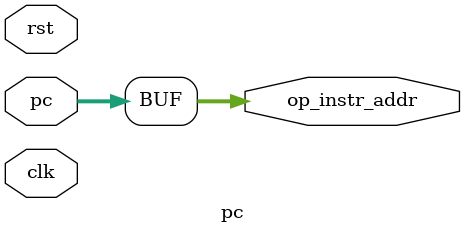
<source format=v>

module pc(

input wire clk,
input wire rst,
input wire [31:0] pc,
output reg [31:0] op_instr_addr
);

//reg rst_tracker;
//reg [31:0] pc;
//reg [31:0] next_pc;

always @(*) begin
	op_instr_addr = pc;	
end

endmodule

</source>
